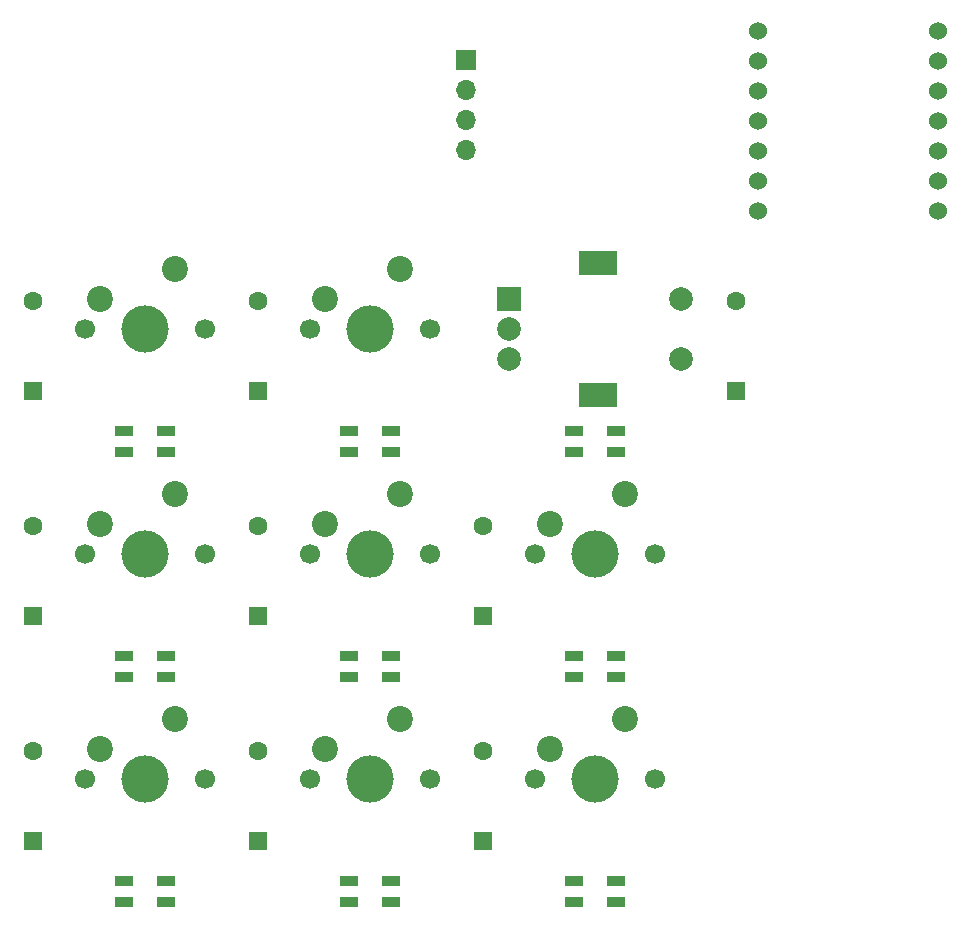
<source format=gbr>
%TF.GenerationSoftware,KiCad,Pcbnew,9.0.2*%
%TF.CreationDate,2025-06-30T15:24:12-07:00*%
%TF.ProjectId,hackpad,6861636b-7061-4642-9e6b-696361645f70,rev?*%
%TF.SameCoordinates,Original*%
%TF.FileFunction,Soldermask,Top*%
%TF.FilePolarity,Negative*%
%FSLAX46Y46*%
G04 Gerber Fmt 4.6, Leading zero omitted, Abs format (unit mm)*
G04 Created by KiCad (PCBNEW 9.0.2) date 2025-06-30 15:24:12*
%MOMM*%
%LPD*%
G01*
G04 APERTURE LIST*
G04 Aperture macros list*
%AMRoundRect*
0 Rectangle with rounded corners*
0 $1 Rounding radius*
0 $2 $3 $4 $5 $6 $7 $8 $9 X,Y pos of 4 corners*
0 Add a 4 corners polygon primitive as box body*
4,1,4,$2,$3,$4,$5,$6,$7,$8,$9,$2,$3,0*
0 Add four circle primitives for the rounded corners*
1,1,$1+$1,$2,$3*
1,1,$1+$1,$4,$5*
1,1,$1+$1,$6,$7*
1,1,$1+$1,$8,$9*
0 Add four rect primitives between the rounded corners*
20,1,$1+$1,$2,$3,$4,$5,0*
20,1,$1+$1,$4,$5,$6,$7,0*
20,1,$1+$1,$6,$7,$8,$9,0*
20,1,$1+$1,$8,$9,$2,$3,0*%
G04 Aperture macros list end*
%ADD10R,1.600000X0.850000*%
%ADD11C,1.700000*%
%ADD12C,4.000000*%
%ADD13C,2.200000*%
%ADD14R,1.700000X1.700000*%
%ADD15O,1.700000X1.700000*%
%ADD16R,2.000000X2.000000*%
%ADD17C,2.000000*%
%ADD18R,3.200000X2.000000*%
%ADD19RoundRect,0.250000X0.550000X-0.550000X0.550000X0.550000X-0.550000X0.550000X-0.550000X-0.550000X0*%
%ADD20C,1.600000*%
%ADD21C,1.524000*%
G04 APERTURE END LIST*
D10*
%TO.C,LED7*%
X112550000Y-103900000D03*
X112550000Y-105650000D03*
X116050000Y-105650000D03*
X116050000Y-103900000D03*
%TD*%
%TO.C,LED2*%
X93500000Y-142000000D03*
X93500000Y-143750000D03*
X97000000Y-143750000D03*
X97000000Y-142000000D03*
%TD*%
D11*
%TO.C,SW8*%
X71120000Y-95250000D03*
D12*
X76200000Y-95250000D03*
D11*
X81280000Y-95250000D03*
D13*
X78740000Y-90170000D03*
X72390000Y-92710000D03*
%TD*%
D11*
%TO.C,SW2*%
X71120000Y-114300000D03*
D12*
X76200000Y-114300000D03*
D11*
X81280000Y-114300000D03*
D13*
X78740000Y-109220000D03*
X72390000Y-111760000D03*
%TD*%
D10*
%TO.C,LED3*%
X74450000Y-142000000D03*
X74450000Y-143750000D03*
X77950000Y-143750000D03*
X77950000Y-142000000D03*
%TD*%
D11*
%TO.C,SW4*%
X109220000Y-114300000D03*
D12*
X114300000Y-114300000D03*
D11*
X119380000Y-114300000D03*
D13*
X116840000Y-109220000D03*
X110490000Y-111760000D03*
%TD*%
D10*
%TO.C,LED9*%
X74450000Y-103900000D03*
X74450000Y-105650000D03*
X77950000Y-105650000D03*
X77950000Y-103900000D03*
%TD*%
D11*
%TO.C,SW5*%
X71120000Y-133350000D03*
D12*
X76200000Y-133350000D03*
D11*
X81280000Y-133350000D03*
D13*
X78740000Y-128270000D03*
X72390000Y-130810000D03*
%TD*%
D10*
%TO.C,LED8*%
X93500000Y-103900000D03*
X93500000Y-105650000D03*
X97000000Y-105650000D03*
X97000000Y-103900000D03*
%TD*%
D11*
%TO.C,SW3*%
X90170000Y-114300000D03*
D12*
X95250000Y-114300000D03*
D11*
X100330000Y-114300000D03*
D13*
X97790000Y-109220000D03*
X91440000Y-111760000D03*
%TD*%
D11*
%TO.C,SW6*%
X90170000Y-133350000D03*
D12*
X95250000Y-133350000D03*
D11*
X100330000Y-133350000D03*
D13*
X97790000Y-128270000D03*
X91440000Y-130810000D03*
%TD*%
D11*
%TO.C,SW7*%
X109220000Y-133350000D03*
D12*
X114300000Y-133350000D03*
D11*
X119380000Y-133350000D03*
D13*
X116840000Y-128270000D03*
X110490000Y-130810000D03*
%TD*%
D14*
%TO.C,J1*%
X103340000Y-72505000D03*
D15*
X103340000Y-75045000D03*
X103340000Y-77585000D03*
X103340000Y-80125000D03*
%TD*%
D10*
%TO.C,LED6*%
X116050000Y-124700000D03*
X116050000Y-122950000D03*
X112550000Y-122950000D03*
X112550000Y-124700000D03*
%TD*%
D16*
%TO.C,SW11*%
X107050000Y-92750000D03*
D17*
X107050000Y-97750000D03*
X107050000Y-95250000D03*
D18*
X114550000Y-89650000D03*
X114550000Y-100850000D03*
D17*
X121550000Y-97750000D03*
X121550000Y-92750000D03*
%TD*%
D10*
%TO.C,LED1*%
X112550000Y-142000000D03*
X112550000Y-143750000D03*
X116050000Y-143750000D03*
X116050000Y-142000000D03*
%TD*%
D11*
%TO.C,SW1*%
X90170000Y-95250000D03*
D12*
X95250000Y-95250000D03*
D11*
X100330000Y-95250000D03*
D13*
X97790000Y-90170000D03*
X91440000Y-92710000D03*
%TD*%
D10*
%TO.C,LED4*%
X77950000Y-124700000D03*
X77950000Y-122950000D03*
X74450000Y-122950000D03*
X74450000Y-124700000D03*
%TD*%
%TO.C,LED5*%
X97000000Y-124700000D03*
X97000000Y-122950000D03*
X93500000Y-122950000D03*
X93500000Y-124700000D03*
%TD*%
D19*
%TO.C,D3*%
X85725000Y-119538750D03*
D20*
X85725000Y-111918750D03*
%TD*%
D21*
%TO.C,XIAO-RP2040 HERE1*%
X143351250Y-70000000D03*
X143351250Y-72540000D03*
X143351250Y-75080000D03*
X143351250Y-77620000D03*
X143351250Y-80160000D03*
X143351250Y-82700000D03*
X143351250Y-85240000D03*
X128111250Y-85240000D03*
X128111250Y-82700000D03*
X128111250Y-80160000D03*
X128111250Y-77620000D03*
X128111250Y-75080000D03*
X128111250Y-72540000D03*
X128111250Y-70000000D03*
%TD*%
D19*
%TO.C,D6*%
X85725000Y-138588750D03*
D20*
X85725000Y-130968750D03*
%TD*%
D19*
%TO.C,D8*%
X66675000Y-100488750D03*
D20*
X66675000Y-92868750D03*
%TD*%
D19*
%TO.C,D2*%
X66675000Y-119538750D03*
D20*
X66675000Y-111918750D03*
%TD*%
D19*
%TO.C,D11*%
X126206250Y-100488750D03*
D20*
X126206250Y-92868750D03*
%TD*%
D19*
%TO.C,D7*%
X104775000Y-138588750D03*
D20*
X104775000Y-130968750D03*
%TD*%
D19*
%TO.C,D5*%
X66675000Y-138588750D03*
D20*
X66675000Y-130968750D03*
%TD*%
D19*
%TO.C,D4*%
X104775000Y-119538750D03*
D20*
X104775000Y-111918750D03*
%TD*%
D19*
%TO.C,D1*%
X85725000Y-100488750D03*
D20*
X85725000Y-92868750D03*
%TD*%
M02*

</source>
